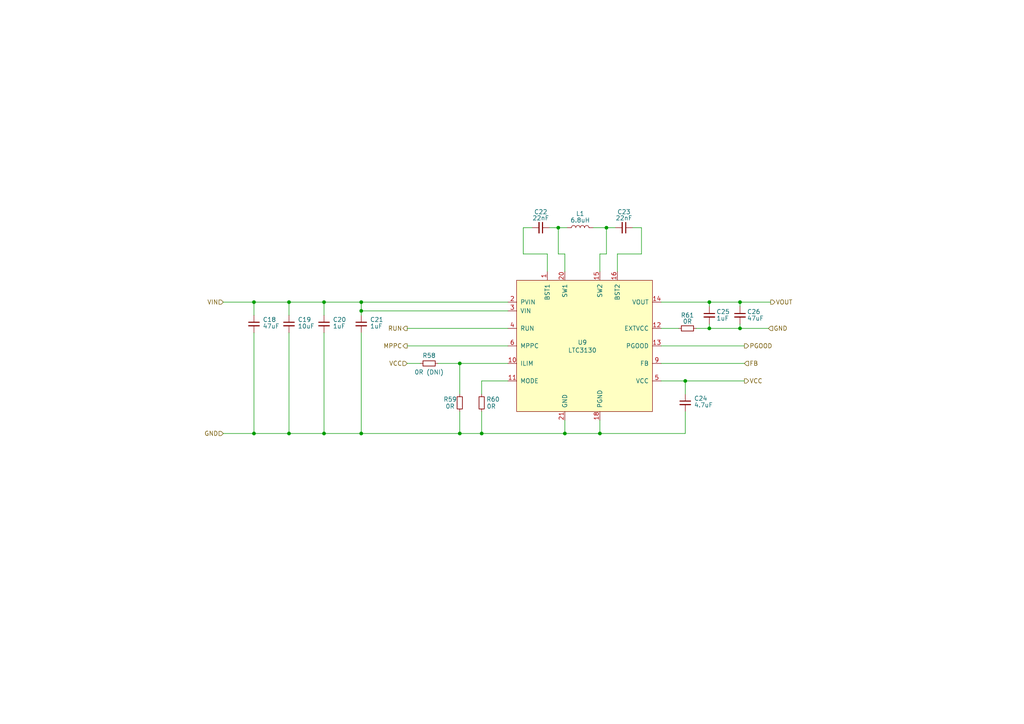
<source format=kicad_sch>
(kicad_sch (version 20231120) (generator "eeschema") (generator_version "8.0")
  (paper "A4")
  (lib_symbols
    (symbol "Argus-IC:LTC3130" (pin_names (offset 1.016))
      (property "Reference" "U2" (at 0 1.016 0))
      (property "Value" "LTC3130" (at 0 -1.27 0))
      (symbol "LTC3130_1_1"
        (rectangle (start -19.05 19.05) (end 20.32 -19.05) (fill (type background)))
        (pin power_out line (at -10.16 21.59 270) (length 2.54) (name "BST1") (number "1"))
        (pin input line (at -21.59 -5.08 0) (length 2.54) (name "ILIM") (number "10"))
        (pin input line (at -21.59 -10.16 0) (length 2.54) (name "MODE") (number "11"))
        (pin power_out line (at 22.86 5.08 180) (length 2.54) (name "EXTVCC") (number "12"))
        (pin output line (at 22.86 0 180) (length 2.54) (name "PGOOD") (number "13"))
        (pin power_out line (at 22.86 12.7 180) (length 2.54) (name "VOUT") (number "14"))
        (pin power_out line (at 5.08 21.59 270) (length 2.54) (name "SW2") (number "15"))
        (pin power_out line (at 10.16 21.59 270) (length 2.54) (name "BST2") (number "16"))
        (pin power_in line (at -5.08 -21.59 90) (length 2.54) hide (name "GND") (number "17"))
        (pin power_in line (at 5.08 -21.59 90) (length 2.54) (name "PGND") (number "18"))
        (pin power_in line (at 5.08 -21.59 90) (length 2.54) hide (name "PGND") (number "19"))
        (pin input line (at -21.59 12.7 0) (length 2.54) (name "PVIN") (number "2"))
        (pin power_out line (at -5.08 21.59 270) (length 2.54) (name "SW1") (number "20"))
        (pin power_in line (at -5.08 -21.59 90) (length 2.54) (name "GND") (number "21"))
        (pin input line (at -21.59 10.16 0) (length 2.54) (name "VIN") (number "3"))
        (pin input line (at -21.59 5.08 0) (length 2.54) (name "RUN") (number "4"))
        (pin power_out line (at 22.86 -10.16 180) (length 2.54) (name "VCC") (number "5"))
        (pin input line (at -21.59 0 0) (length 2.54) (name "MPPC") (number "6"))
        (pin power_in line (at -5.08 -21.59 90) (length 2.54) hide (name "GND") (number "7"))
        (pin power_in line (at -5.08 -21.59 90) (length 2.54) hide (name "GND") (number "8"))
        (pin input line (at 22.86 -5.08 180) (length 2.54) (name "FB") (number "9"))
      )
    )
    (symbol "Device:C_Small" (pin_numbers hide) (pin_names (offset 0.254) hide)
      (property "Reference" "C" (at 0.254 1.778 0))
      (property "Value" "C_Small" (at 0.254 -2.032 0))
      (symbol "C_Small_0_1"
        (polyline (pts (xy -1.524 -0.508) (xy 1.524 -0.508)) (stroke (width 0.3302)))
        (polyline (pts (xy -1.524 0.508) (xy 1.524 0.508)) (stroke (width 0.3048)))
      )
      (symbol "C_Small_1_1"
        (pin passive line (at 0 2.54 270) (length 2.032) (name "~") (number "1"))
        (pin passive line (at 0 -2.54 90) (length 2.032) (name "~") (number "2"))
      )
    )
    (symbol "Device:L" (pin_numbers hide) (pin_names (offset 1.016) hide)
      (property "Reference" "L" (at -1.27 0 90))
      (property "Value" "L" (at 1.905 0 90))
      (symbol "L_0_1"
        (arc (start 0 -2.54) (mid 0.6323 -1.905) (end 0 -1.27))
        (arc (start 0 -1.27) (mid 0.6323 -0.635) (end 0 0))
        (arc (start 0 0) (mid 0.6323 0.635) (end 0 1.27))
        (arc (start 0 1.27) (mid 0.6323 1.905) (end 0 2.54))
      )
      (symbol "L_1_1"
        (pin passive line (at 0 3.81 270) (length 1.27) (name "1") (number "1"))
        (pin passive line (at 0 -3.81 90) (length 1.27) (name "2") (number "2"))
      )
    )
    (symbol "Device:R_Small" (pin_numbers hide) (pin_names (offset 0.254) hide)
      (property "Reference" "R" (at 0.762 0.508 0))
      (property "Value" "R_Small" (at 0.762 -1.016 0))
      (symbol "R_Small_0_1"
        (rectangle (start -0.762 1.778) (end 0.762 -1.778) (stroke (width 0.2032)))
      )
      (symbol "R_Small_1_1"
        (pin passive line (at 0 2.54 270) (length 0.762) (name "~") (number "1"))
        (pin passive line (at 0 -2.54 90) (length 0.762) (name "~") (number "2"))
      )
    )
  )
  (junction (at 83.82 87.63))
  (junction (at 73.66 125.73))
  (junction (at 104.775 125.73))
  (junction (at 73.66 87.63))
  (junction (at 133.35 105.41))
  (junction (at 214.63 95.25))
  (junction (at 104.775 87.63))
  (junction (at 104.775 90.17))
  (junction (at 198.755 110.49))
  (junction (at 161.925 66.04))
  (junction (at 139.7 125.73))
  (junction (at 83.82 125.73))
  (junction (at 205.74 87.63))
  (junction (at 214.63 87.63))
  (junction (at 133.35 125.73))
  (junction (at 93.98 87.63))
  (junction (at 173.99 125.73))
  (junction (at 205.74 95.25))
  (junction (at 93.98 125.73))
  (junction (at 175.895 66.04))
  (junction (at 163.83 125.73))
  (wire (pts (xy 163.83 121.92) (xy 163.83 125.73)))
  (wire (pts (xy 186.055 73.66) (xy 179.07 73.66)))
  (wire (pts (xy 186.055 66.04) (xy 186.055 73.66)))
  (wire (pts (xy 161.925 66.04) (xy 161.925 73.66)))
  (wire (pts (xy 118.11 105.41) (xy 121.92 105.41)))
  (wire (pts (xy 104.775 90.17) (xy 147.32 90.17)))
  (wire (pts (xy 172.085 66.04) (xy 175.895 66.04)))
  (wire (pts (xy 64.77 125.73) (xy 73.66 125.73)))
  (wire (pts (xy 173.99 73.66) (xy 173.99 78.74)))
  (wire (pts (xy 205.74 87.63) (xy 205.74 88.9)))
  (wire (pts (xy 163.83 73.66) (xy 163.83 78.74)))
  (wire (pts (xy 198.755 110.49) (xy 198.755 114.3)))
  (wire (pts (xy 161.925 66.04) (xy 164.465 66.04)))
  (wire (pts (xy 73.66 87.63) (xy 83.82 87.63)))
  (wire (pts (xy 139.7 119.38) (xy 139.7 125.73)))
  (wire (pts (xy 201.93 95.25) (xy 205.74 95.25)))
  (wire (pts (xy 83.82 125.73) (xy 93.98 125.73)))
  (wire (pts (xy 159.385 66.04) (xy 161.925 66.04)))
  (wire (pts (xy 163.83 125.73) (xy 173.99 125.73)))
  (wire (pts (xy 214.63 87.63) (xy 214.63 88.9)))
  (wire (pts (xy 175.895 73.66) (xy 173.99 73.66)))
  (wire (pts (xy 214.63 87.63) (xy 223.52 87.63)))
  (wire (pts (xy 118.11 95.25) (xy 147.32 95.25)))
  (wire (pts (xy 214.63 93.98) (xy 214.63 95.25)))
  (wire (pts (xy 133.35 125.73) (xy 139.7 125.73)))
  (wire (pts (xy 104.775 96.52) (xy 104.775 125.73)))
  (wire (pts (xy 154.305 66.04) (xy 151.765 66.04)))
  (wire (pts (xy 214.63 95.25) (xy 222.885 95.25)))
  (wire (pts (xy 191.77 105.41) (xy 215.9 105.41)))
  (wire (pts (xy 133.35 105.41) (xy 147.32 105.41)))
  (wire (pts (xy 179.07 73.66) (xy 179.07 78.74)))
  (wire (pts (xy 73.66 125.73) (xy 83.82 125.73)))
  (wire (pts (xy 139.7 125.73) (xy 163.83 125.73)))
  (wire (pts (xy 151.765 73.66) (xy 158.75 73.66)))
  (wire (pts (xy 104.775 125.73) (xy 133.35 125.73)))
  (wire (pts (xy 175.895 66.04) (xy 175.895 73.66)))
  (wire (pts (xy 104.775 90.17) (xy 104.775 87.63)))
  (wire (pts (xy 191.77 95.25) (xy 196.85 95.25)))
  (wire (pts (xy 198.755 119.38) (xy 198.755 125.73)))
  (wire (pts (xy 205.74 95.25) (xy 214.63 95.25)))
  (wire (pts (xy 93.98 125.73) (xy 104.775 125.73)))
  (wire (pts (xy 64.77 87.63) (xy 73.66 87.63)))
  (wire (pts (xy 93.98 87.63) (xy 104.775 87.63)))
  (wire (pts (xy 104.775 90.17) (xy 104.775 91.44)))
  (wire (pts (xy 191.77 87.63) (xy 205.74 87.63)))
  (wire (pts (xy 205.74 87.63) (xy 214.63 87.63)))
  (wire (pts (xy 93.98 87.63) (xy 93.98 91.44)))
  (wire (pts (xy 147.32 110.49) (xy 139.7 110.49)))
  (wire (pts (xy 215.9 110.49) (xy 198.755 110.49)))
  (wire (pts (xy 93.98 96.52) (xy 93.98 125.73)))
  (wire (pts (xy 139.7 110.49) (xy 139.7 114.3)))
  (wire (pts (xy 151.765 66.04) (xy 151.765 73.66)))
  (wire (pts (xy 127 105.41) (xy 133.35 105.41)))
  (wire (pts (xy 73.66 96.52) (xy 73.66 125.73)))
  (wire (pts (xy 183.515 66.04) (xy 186.055 66.04)))
  (wire (pts (xy 133.35 119.38) (xy 133.35 125.73)))
  (wire (pts (xy 83.82 96.52) (xy 83.82 125.73)))
  (wire (pts (xy 175.895 66.04) (xy 178.435 66.04)))
  (wire (pts (xy 158.75 73.66) (xy 158.75 78.74)))
  (wire (pts (xy 133.35 105.41) (xy 133.35 114.3)))
  (wire (pts (xy 161.925 73.66) (xy 163.83 73.66)))
  (wire (pts (xy 191.77 100.33) (xy 215.9 100.33)))
  (wire (pts (xy 83.82 87.63) (xy 93.98 87.63)))
  (wire (pts (xy 83.82 87.63) (xy 83.82 91.44)))
  (wire (pts (xy 104.775 87.63) (xy 147.32 87.63)))
  (wire (pts (xy 198.755 125.73) (xy 173.99 125.73)))
  (wire (pts (xy 73.66 87.63) (xy 73.66 91.44)))
  (wire (pts (xy 173.99 125.73) (xy 173.99 121.92)))
  (wire (pts (xy 191.77 110.49) (xy 198.755 110.49)))
  (wire (pts (xy 118.11 100.33) (xy 147.32 100.33)))
  (wire (pts (xy 205.74 93.98) (xy 205.74 95.25)))
  (hierarchical_label "MPPC" (shape output) (at 118.11 100.33 180))
  (hierarchical_label "FB" (shape input) (at 215.9 105.41 0))
  (hierarchical_label "VCC" (shape output) (at 215.9 110.49 0))
  (hierarchical_label "GND" (shape input) (at 64.77 125.73 180))
  (hierarchical_label "VCC" (shape input) (at 118.11 105.41 180))
  (hierarchical_label "RUN" (shape output) (at 118.11 95.25 180))
  (hierarchical_label "GND" (shape input) (at 222.885 95.25 0))
  (hierarchical_label "PGOOD" (shape output) (at 215.9 100.33 0))
  (hierarchical_label "VIN" (shape input) (at 64.77 87.63 180))
  (hierarchical_label "VOUT" (shape output) (at 223.52 87.63 0))
  (symbol (lib_id "Device:C_Small") (at 156.845 66.04 270) (unit 1)
    (property "Reference" "C22" (at 156.845 61.468 90))
    (property "Value" "22nF" (at 156.845 63.246 90))
    (property "Footprint" "Capacitor_SMD:C_0603_1608Metric" (effects (hide yes)))
    (property "Mfr. #" "GCM188R72A223KA37D" (effects (hide yes)))
    (property "Order" "https://www.digikey.com/product-detail/en/murata-electronics/GCM188R72A223KA37D/490-4782-1-ND/1641701" (effects (hide yes)))
    (property "Voltage" "100V" (effects (hide yes)))
  )
  (symbol (lib_id "Device:R_Small") (at 133.35 116.84 0) (unit 1)
    (property "Reference" "R59" (at 130.556 115.824 0))
    (property "Value" "0R" (at 130.556 117.856 0))
    (property "Footprint" "Resistor_SMD:R_0603_1608Metric" (effects (hide yes)))
    (property "Description" "Resistor, small symbol" (effects (hide yes)))
    (property "Mfr. #" "RK73Z1JTTD\r" (effects (hide yes)))
    (property "Order" "https://www.digikey.com/product-detail/en/koa-speer-electronics-inc/RK73Z1JTTD/2019-RK73Z1JTTDCT-ND/9847522\r" (effects (hide yes)))
  )
  (symbol (lib_id "Device:R_Small") (at 139.7 116.84 0) (mirror y) (unit 1)
    (property "Reference" "R60" (at 143.002 115.824 0))
    (property "Value" "0R" (at 142.494 117.856 0))
    (property "Footprint" "Resistor_SMD:R_0603_1608Metric" (effects (hide yes)))
    (property "Description" "Resistor, small symbol" (effects (hide yes)))
    (property "Mfr. #" "RK73Z1JTTD\r" (effects (hide yes)))
    (property "Order" "https://www.digikey.com/product-detail/en/koa-speer-electronics-inc/RK73Z1JTTD/2019-RK73Z1JTTDCT-ND/9847522\r" (effects (hide yes)))
  )
  (symbol (lib_id "Device:C_Small") (at 214.63 91.44 0) (unit 1)
    (property "Reference" "C26" (at 216.662 90.424 0) (effects (justify left)))
    (property "Value" "47uF" (at 216.662 92.329 0) (effects (justify left)))
    (property "Footprint" "Capacitor_SMD:C_1210_3225Metric" (effects (hide yes)))
    (property "Description" "Unpolarized capacitor, small symbol" (effects (hide yes)))
    (property "Mfr. #" "GRM32EC81C476KE15L" (effects (hide yes)))
    (property "Order" "https://www.digikey.com/product-detail/en/murata-electronics/GRM32EC81C476KE15L/490-10531-1-ND/5026469" (effects (hide yes)))
    (property "Voltage" "16V" (effects (hide yes)))
  )
  (symbol (lib_id "Argus-IC:LTC3130") (at 168.91 100.33 0) (unit 1)
    (property "Reference" "U9" (at 168.91 99.314 0))
    (property "Value" "LTC3130" (at 168.91 101.6 0))
    (property "Footprint" "Package_DFN_QFN:QFN-20-1EP_3x4mm_P0.5mm_EP1.65x2.65mm" (effects (hide yes)))
  )
  (symbol (lib_id "Device:C_Small") (at 104.775 93.98 0) (unit 1)
    (property "Reference" "C21" (at 107.315 92.71 0) (effects (justify left)))
    (property "Value" "1uF" (at 107.315 94.615 0) (effects (justify left)))
    (property "Footprint" "Capacitor_SMD:C_0805_2012Metric" (effects (hide yes)))
    (property "Description" "Unpolarized capacitor, small symbol" (effects (hide yes)))
    (property "Mfr. #" "CL10B105KP8NFNC" (effects (hide yes)))
    (property "Order" "https://www.digikey.com/product-detail/en/samsung-electro-mechanics/CL10B105KP8NFNC/1276-1945-1-ND/3890031" (effects (hide yes)))
    (property "Voltage" "10V" (effects (hide yes)))
  )
  (symbol (lib_id "Device:C_Small") (at 93.98 93.98 0) (unit 1)
    (property "Reference" "C20" (at 96.52 92.71 0) (effects (justify left)))
    (property "Value" "1uF" (at 96.52 94.615 0) (effects (justify left)))
    (property "Footprint" "Capacitor_SMD:C_0805_2012Metric" (effects (hide yes)))
    (property "Description" "Unpolarized capacitor, small symbol" (effects (hide yes)))
    (property "Mfr. #" "C1608X7S1A475K080AC" (effects (hide yes)))
    (property "Order" "https://www.digikey.com/product-detail/en/tdk-corporation/C1608X7S1A475K080AC/445-14258-1-ND/3955924" (effects (hide yes)))
    (property "Voltage" "10V" (effects (hide yes)))
  )
  (symbol (lib_id "Device:R_Small") (at 199.39 95.25 270) (unit 1)
    (property "Reference" "R61" (at 199.39 91.44 90))
    (property "Value" "0R" (at 199.39 93.218 90))
    (property "Footprint" "Resistor_SMD:R_0603_1608Metric" (effects (hide yes)))
    (property "Description" "Resistor, small symbol" (effects (hide yes)))
    (property "Mfr. #" "RK73Z1JTTD\r" (effects (hide yes)))
    (property "Order" "https://www.digikey.com/product-detail/en/koa-speer-electronics-inc/RK73Z1JTTD/2019-RK73Z1JTTDCT-ND/9847522\r" (effects (hide yes)))
  )
  (symbol (lib_id "Device:C_Small") (at 73.66 93.98 0) (unit 1)
    (property "Reference" "C18" (at 76.2 92.71 0) (effects (justify left)))
    (property "Value" "47uF" (at 76.2 94.615 0) (effects (justify left)))
    (property "Footprint" "Capacitor_SMD:C_1210_3225Metric" (effects (hide yes)))
    (property "Description" "Unpolarized capacitor, small symbol" (effects (hide yes)))
    (property "Mfr. #" "GRM32EC81C476KE15L" (effects (hide yes)))
    (property "Order" "https://www.digikey.com/product-detail/en/murata-electronics/GRM32EC81C476KE15L/490-10531-1-ND/5026469" (effects (hide yes)))
    (property "Voltage" "16V" (effects (hide yes)))
  )
  (symbol (lib_id "Device:R_Small") (at 124.46 105.41 270) (unit 1)
    (property "Reference" "R58" (at 124.46 103.124 90))
    (property "Value" "0R (DNI)" (at 124.46 107.95 90))
    (property "Footprint" "Resistor_SMD:R_0603_1608Metric" (effects (hide yes)))
    (property "Description" "Resistor, small symbol" (effects (hide yes)))
    (property "Mfr. #" "RK73Z1JTTD\r" (effects (hide yes)))
    (property "Order" "https://www.digikey.com/product-detail/en/koa-speer-electronics-inc/RK73Z1JTTD/2019-RK73Z1JTTDCT-ND/9847522\r" (effects (hide yes)))
  )
  (symbol (lib_id "Device:C_Small") (at 198.755 116.84 0) (unit 1)
    (property "Reference" "C24" (at 201.295 115.57 0) (effects (justify left)))
    (property "Value" "4.7uF" (at 201.295 117.475 0) (effects (justify left)))
    (property "Footprint" "Capacitor_SMD:C_0603_1608Metric" (effects (hide yes)))
    (property "Description" "Unpolarized capacitor, small symbol" (effects (hide yes)))
    (property "Mfr. #" "C1608X7S1A475K080AC" (effects (hide yes)))
    (property "Order" "https://www.digikey.com/product-detail/en/tdk-corporation/C1608X7S1A475K080AC/445-14258-1-ND/3955924" (effects (hide yes)))
    (property "Voltage" "10V" (effects (hide yes)))
  )
  (symbol (lib_id "Device:L") (at 168.275 66.04 90) (unit 1)
    (property "Reference" "L1" (at 168.275 61.976 90))
    (property "Value" "6.8uH" (at 168.275 63.881 90))
    (property "Footprint" "Argus-Passives:L_Coilcraft_LPS4018" (effects (hide yes)))
    (property "Mfr. #" "LPS4018-472" (effects (hide yes)))
    (property "Order" "https://www.coilcraft.com/en-us/products/power/shielded-inductors/ferrite-drum/lps/lps4018/" (effects (hide yes)))
  )
  (symbol (lib_id "Device:C_Small") (at 205.74 91.44 0) (unit 1)
    (property "Reference" "C25" (at 207.772 90.424 0) (effects (justify left)))
    (property "Value" "1uF" (at 207.772 92.329 0) (effects (justify left)))
    (property "Footprint" "Capacitor_SMD:C_0805_2012Metric" (effects (hide yes)))
    (property "Description" "Unpolarized capacitor, small symbol" (effects (hide yes)))
    (property "Mfr. #" "GRM32EC81C476KE15L" (effects (hide yes)))
    (property "Order" "https://www.digikey.com/product-detail/en/murata-electronics/GRM32EC81C476KE15L/490-10531-1-ND/5026469" (effects (hide yes)))
    (property "Voltage" "16V" (effects (hide yes)))
  )
  (symbol (lib_id "Device:C_Small") (at 180.975 66.04 270) (unit 1)
    (property "Reference" "C23" (at 180.975 61.468 90))
    (property "Value" "22nF" (at 180.975 63.246 90))
    (property "Footprint" "Capacitor_SMD:C_0603_1608Metric" (effects (hide yes)))
    (property "Mfr. #" "GCM188R72A223KA37D" (effects (hide yes)))
    (property "Order" "https://www.digikey.com/product-detail/en/murata-electronics/GCM188R72A223KA37D/490-4782-1-ND/1641701" (effects (hide yes)))
    (property "Voltage" "100V" (effects (hide yes)))
  )
  (symbol (lib_id "Device:C_Small") (at 83.82 93.98 0) (unit 1)
    (property "Reference" "C19" (at 86.36 92.71 0) (effects (justify left)))
    (property "Value" "10uF" (at 86.36 94.615 0) (effects (justify left)))
    (property "Footprint" "Capacitor_SMD:C_1210_3225Metric" (effects (hide yes)))
    (property "Description" "Unpolarized capacitor, small symbol" (effects (hide yes)))
    (property "Mfr. #" "C1608X7S1A475K080AC" (effects (hide yes)))
    (property "Order" "https://www.digikey.com/product-detail/en/tdk-corporation/C1608X7S1A475K080AC/445-14258-1-ND/3955924" (effects (hide yes)))
    (property "Voltage" "10V" (effects (hide yes)))
  )
)
</source>
